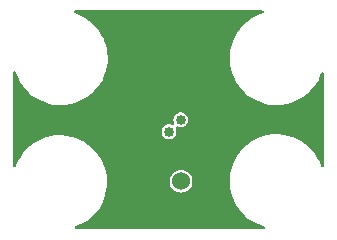
<source format=gbr>
%TF.GenerationSoftware,KiCad,Pcbnew,7.0.7*%
%TF.CreationDate,2023-11-07T19:30:10-06:00*%
%TF.ProjectId,LD_Breakout,4c445f42-7265-4616-9b6f-75742e6b6963,rev?*%
%TF.SameCoordinates,Original*%
%TF.FileFunction,Copper,L2,Bot*%
%TF.FilePolarity,Positive*%
%FSLAX46Y46*%
G04 Gerber Fmt 4.6, Leading zero omitted, Abs format (unit mm)*
G04 Created by KiCad (PCBNEW 7.0.7) date 2023-11-07 19:30:10*
%MOMM*%
%LPD*%
G01*
G04 APERTURE LIST*
%TA.AperFunction,ComponentPad*%
%ADD10C,1.524000*%
%TD*%
%TA.AperFunction,ComponentPad*%
%ADD11C,0.850000*%
%TD*%
G04 APERTURE END LIST*
D10*
%TO.P,Conn2,1*%
%TO.N,+5V*%
X133477000Y-83834000D03*
%TO.P,Conn2,2*%
%TO.N,GND*%
X130937000Y-83834000D03*
%TD*%
D11*
%TO.P,LD2,1*%
%TO.N,GND*%
X132461000Y-77627000D03*
%TO.P,LD2,2*%
%TO.N,Net-(LD2-Pad2)*%
X133461000Y-78627000D03*
%TO.P,LD2,3*%
%TO.N,unconnected-(LD2-Pad3)*%
X132461000Y-79627000D03*
%TD*%
%TA.AperFunction,Conductor*%
%TO.N,GND*%
G36*
X140419666Y-69387585D02*
G01*
X140465421Y-69440389D01*
X140475365Y-69509547D01*
X140446340Y-69573103D01*
X140395037Y-69608422D01*
X140034149Y-69739774D01*
X139676791Y-69911869D01*
X139338353Y-70118684D01*
X139338342Y-70118692D01*
X139022175Y-70358180D01*
X139022172Y-70358182D01*
X138731413Y-70627968D01*
X138468965Y-70925359D01*
X138237439Y-71247393D01*
X138237426Y-71247413D01*
X138039116Y-71590896D01*
X137875982Y-71952437D01*
X137749659Y-72328419D01*
X137661399Y-72715111D01*
X137612078Y-73108681D01*
X137602190Y-73505173D01*
X137602190Y-73505187D01*
X137631830Y-73900711D01*
X137631831Y-73900724D01*
X137700708Y-74291339D01*
X137808130Y-74673137D01*
X137808134Y-74673151D01*
X137953035Y-75042353D01*
X137953040Y-75042365D01*
X138133986Y-75395314D01*
X138133991Y-75395323D01*
X138349186Y-75728509D01*
X138475291Y-75886640D01*
X138596495Y-76038625D01*
X138873423Y-76322544D01*
X138873433Y-76322554D01*
X139177276Y-76577508D01*
X139504994Y-76800942D01*
X139853330Y-76990636D01*
X140218823Y-77144704D01*
X140218832Y-77144706D01*
X140218838Y-77144709D01*
X140597835Y-77261614D01*
X140597848Y-77261617D01*
X140986599Y-77340205D01*
X140986614Y-77340208D01*
X141324900Y-77374058D01*
X141381280Y-77379700D01*
X141381281Y-77379700D01*
X141678703Y-77379700D01*
X141876730Y-77369816D01*
X141975745Y-77364875D01*
X142367953Y-77305759D01*
X142752326Y-77207886D01*
X143125045Y-77072228D01*
X143482403Y-76900133D01*
X143820851Y-76693312D01*
X144137024Y-76453820D01*
X144427781Y-76184037D01*
X144690231Y-75886645D01*
X144921766Y-75564600D01*
X145120085Y-75221101D01*
X145283217Y-74859563D01*
X145350757Y-74658539D01*
X145390768Y-74601260D01*
X145455394Y-74574705D01*
X145524118Y-74587306D01*
X145575121Y-74635061D01*
X145592300Y-74698032D01*
X145592300Y-82512438D01*
X145572615Y-82579477D01*
X145519811Y-82625232D01*
X145450653Y-82635176D01*
X145387097Y-82606151D01*
X145353069Y-82555389D01*
X145352197Y-82555732D01*
X145206164Y-82183646D01*
X145206159Y-82183634D01*
X145067463Y-81913097D01*
X145025209Y-81830677D01*
X144810014Y-81497491D01*
X144562714Y-81187386D01*
X144562711Y-81187383D01*
X144562704Y-81187374D01*
X144285776Y-80903455D01*
X144285773Y-80903452D01*
X144285772Y-80903451D01*
X144285767Y-80903446D01*
X143981924Y-80648492D01*
X143909213Y-80598918D01*
X143654205Y-80425057D01*
X143538094Y-80361826D01*
X143305870Y-80235364D01*
X143305862Y-80235360D01*
X143305859Y-80235359D01*
X142940377Y-80081296D01*
X142940361Y-80081290D01*
X142561364Y-79964385D01*
X142561351Y-79964382D01*
X142172600Y-79885794D01*
X142172579Y-79885791D01*
X141777920Y-79846300D01*
X141777919Y-79846300D01*
X141480499Y-79846300D01*
X141480497Y-79846300D01*
X141183455Y-79861124D01*
X140791247Y-79920241D01*
X140406872Y-80018114D01*
X140034149Y-80153774D01*
X139676791Y-80325869D01*
X139338353Y-80532684D01*
X139338342Y-80532692D01*
X139022175Y-80772180D01*
X139022172Y-80772182D01*
X138731413Y-81041968D01*
X138468965Y-81339359D01*
X138237439Y-81661393D01*
X138237426Y-81661413D01*
X138039116Y-82004896D01*
X137875982Y-82366437D01*
X137749659Y-82742419D01*
X137661399Y-83129111D01*
X137612078Y-83522681D01*
X137602190Y-83919173D01*
X137602190Y-83919187D01*
X137631830Y-84314711D01*
X137631831Y-84314724D01*
X137700708Y-84705339D01*
X137808130Y-85087137D01*
X137808134Y-85087151D01*
X137953035Y-85456353D01*
X137953040Y-85456365D01*
X138049880Y-85645258D01*
X138133991Y-85809323D01*
X138349186Y-86142509D01*
X138414914Y-86224929D01*
X138596495Y-86452625D01*
X138873423Y-86736544D01*
X138873433Y-86736554D01*
X139177276Y-86991508D01*
X139504994Y-87214942D01*
X139853330Y-87404636D01*
X140218823Y-87558704D01*
X140218832Y-87558706D01*
X140218838Y-87558709D01*
X140531035Y-87655009D01*
X140589294Y-87693579D01*
X140617451Y-87757524D01*
X140606568Y-87826541D01*
X140560100Y-87878717D01*
X140494485Y-87897500D01*
X124579749Y-87897500D01*
X124512710Y-87877815D01*
X124466955Y-87825011D01*
X124457011Y-87755853D01*
X124486036Y-87692297D01*
X124537339Y-87656978D01*
X124542749Y-87655009D01*
X124780025Y-87568648D01*
X125137383Y-87396553D01*
X125475831Y-87189732D01*
X125792004Y-86950240D01*
X126082761Y-86680457D01*
X126345211Y-86383065D01*
X126576746Y-86061020D01*
X126775065Y-85717521D01*
X126938197Y-85355983D01*
X127064521Y-84979998D01*
X127152781Y-84593305D01*
X127202101Y-84199745D01*
X127205110Y-84079066D01*
X127211222Y-83833999D01*
X132509843Y-83833999D01*
X132528426Y-84022681D01*
X132528427Y-84022683D01*
X132583463Y-84204115D01*
X132583464Y-84204118D01*
X132583465Y-84204119D01*
X132583466Y-84204122D01*
X132672834Y-84371318D01*
X132672838Y-84371325D01*
X132793116Y-84517883D01*
X132939674Y-84638161D01*
X132939681Y-84638165D01*
X133106877Y-84727533D01*
X133106878Y-84727533D01*
X133106885Y-84727537D01*
X133288317Y-84782573D01*
X133288316Y-84782573D01*
X133305233Y-84784239D01*
X133477000Y-84801157D01*
X133665683Y-84782573D01*
X133847115Y-84727537D01*
X134014324Y-84638162D01*
X134160883Y-84517883D01*
X134281162Y-84371324D01*
X134370537Y-84204115D01*
X134425573Y-84022683D01*
X134444157Y-83834000D01*
X134425573Y-83645317D01*
X134370537Y-83463885D01*
X134281162Y-83296676D01*
X134281161Y-83296674D01*
X134160883Y-83150116D01*
X134014325Y-83029838D01*
X134014318Y-83029834D01*
X133847122Y-82940466D01*
X133847119Y-82940465D01*
X133847118Y-82940464D01*
X133847115Y-82940463D01*
X133665683Y-82885427D01*
X133665681Y-82885426D01*
X133665683Y-82885426D01*
X133477000Y-82866843D01*
X133288318Y-82885426D01*
X133181194Y-82917921D01*
X133106885Y-82940463D01*
X133106882Y-82940464D01*
X133106880Y-82940465D01*
X133106877Y-82940466D01*
X132939681Y-83029834D01*
X132939674Y-83029838D01*
X132793116Y-83150116D01*
X132672838Y-83296674D01*
X132672834Y-83296681D01*
X132583466Y-83463877D01*
X132583465Y-83463880D01*
X132528426Y-83645318D01*
X132509843Y-83833999D01*
X127211222Y-83833999D01*
X127211989Y-83803246D01*
X127211989Y-83803230D01*
X127186559Y-83463885D01*
X127182349Y-83407700D01*
X127113473Y-83017088D01*
X127006047Y-82635274D01*
X126984148Y-82579477D01*
X126861144Y-82266066D01*
X126861139Y-82266054D01*
X126680193Y-81913105D01*
X126680189Y-81913097D01*
X126464994Y-81579911D01*
X126217694Y-81269806D01*
X126217691Y-81269803D01*
X126217684Y-81269794D01*
X125940756Y-80985875D01*
X125940753Y-80985872D01*
X125940752Y-80985871D01*
X125940747Y-80985866D01*
X125636904Y-80730912D01*
X125516010Y-80648488D01*
X125309185Y-80507477D01*
X125157836Y-80425057D01*
X124960850Y-80317784D01*
X124960842Y-80317780D01*
X124960839Y-80317779D01*
X124595357Y-80163716D01*
X124595341Y-80163710D01*
X124216344Y-80046805D01*
X124216331Y-80046802D01*
X123827580Y-79968214D01*
X123827559Y-79968211D01*
X123432900Y-79928720D01*
X123432899Y-79928720D01*
X123135479Y-79928720D01*
X123135477Y-79928720D01*
X122838435Y-79943544D01*
X122446227Y-80002661D01*
X122061852Y-80100534D01*
X121689129Y-80236194D01*
X121331771Y-80408289D01*
X120993333Y-80615104D01*
X120993322Y-80615112D01*
X120677155Y-80854600D01*
X120677152Y-80854602D01*
X120386393Y-81124388D01*
X120123945Y-81421779D01*
X119892419Y-81743813D01*
X119892406Y-81743833D01*
X119694096Y-82087316D01*
X119530963Y-82448855D01*
X119495042Y-82555768D01*
X119455030Y-82613047D01*
X119390404Y-82639602D01*
X119321680Y-82627001D01*
X119270678Y-82579245D01*
X119253499Y-82516278D01*
X119253499Y-79627000D01*
X131830906Y-79627000D01*
X131849215Y-79777791D01*
X131903079Y-79919819D01*
X131989368Y-80044830D01*
X132103066Y-80145557D01*
X132237566Y-80216148D01*
X132311308Y-80234324D01*
X132385050Y-80252500D01*
X132385051Y-80252500D01*
X132536950Y-80252500D01*
X132586110Y-80240382D01*
X132684434Y-80216148D01*
X132818934Y-80145557D01*
X132932632Y-80044830D01*
X133018921Y-79919819D01*
X133072785Y-79777791D01*
X133091094Y-79627000D01*
X133072785Y-79476209D01*
X133024637Y-79349254D01*
X133019271Y-79279594D01*
X133052418Y-79218088D01*
X133113556Y-79184267D01*
X133183274Y-79188868D01*
X133198202Y-79195488D01*
X133237566Y-79216148D01*
X133385050Y-79252500D01*
X133385051Y-79252500D01*
X133536950Y-79252500D01*
X133586110Y-79240382D01*
X133684434Y-79216148D01*
X133818934Y-79145557D01*
X133932632Y-79044830D01*
X134018921Y-78919819D01*
X134072785Y-78777791D01*
X134091094Y-78627000D01*
X134072785Y-78476209D01*
X134018921Y-78334181D01*
X133932632Y-78209170D01*
X133818934Y-78108443D01*
X133684434Y-78037852D01*
X133684433Y-78037851D01*
X133684432Y-78037851D01*
X133536950Y-78001500D01*
X133536949Y-78001500D01*
X133385051Y-78001500D01*
X133385050Y-78001500D01*
X133237567Y-78037851D01*
X133103067Y-78108442D01*
X132989367Y-78209171D01*
X132903080Y-78334179D01*
X132903079Y-78334180D01*
X132849215Y-78476208D01*
X132830906Y-78626999D01*
X132849215Y-78777791D01*
X132897361Y-78904742D01*
X132902728Y-78974405D01*
X132869581Y-79035911D01*
X132808442Y-79069733D01*
X132738724Y-79065131D01*
X132723797Y-79058511D01*
X132684434Y-79037852D01*
X132684433Y-79037851D01*
X132684432Y-79037851D01*
X132536950Y-79001500D01*
X132536949Y-79001500D01*
X132385051Y-79001500D01*
X132385050Y-79001500D01*
X132237567Y-79037851D01*
X132103067Y-79108442D01*
X131989367Y-79209171D01*
X131903080Y-79334179D01*
X131903079Y-79334180D01*
X131903079Y-79334181D01*
X131849215Y-79476209D01*
X131830906Y-79627000D01*
X119253499Y-79627000D01*
X119253500Y-74624032D01*
X119273185Y-74556993D01*
X119325989Y-74511238D01*
X119395147Y-74501294D01*
X119458703Y-74530319D01*
X119496477Y-74589097D01*
X119496865Y-74590448D01*
X119520130Y-74673138D01*
X119520134Y-74673151D01*
X119665035Y-75042353D01*
X119665040Y-75042365D01*
X119845986Y-75395314D01*
X119845991Y-75395323D01*
X120061186Y-75728509D01*
X120187291Y-75886640D01*
X120308495Y-76038625D01*
X120585423Y-76322544D01*
X120585433Y-76322554D01*
X120889276Y-76577508D01*
X121216994Y-76800942D01*
X121565330Y-76990636D01*
X121930823Y-77144704D01*
X121930832Y-77144706D01*
X121930838Y-77144709D01*
X122309835Y-77261614D01*
X122309848Y-77261617D01*
X122698599Y-77340205D01*
X122698614Y-77340208D01*
X123036900Y-77374058D01*
X123093280Y-77379700D01*
X123093281Y-77379700D01*
X123390703Y-77379700D01*
X123588730Y-77369816D01*
X123687745Y-77364875D01*
X124079953Y-77305759D01*
X124464326Y-77207886D01*
X124837045Y-77072228D01*
X125194403Y-76900133D01*
X125532851Y-76693312D01*
X125849024Y-76453820D01*
X126139781Y-76184037D01*
X126402231Y-75886645D01*
X126633766Y-75564600D01*
X126832085Y-75221101D01*
X126995217Y-74859563D01*
X127121541Y-74483578D01*
X127209801Y-74096885D01*
X127259121Y-73703325D01*
X127269009Y-73306810D01*
X127239369Y-72911280D01*
X127170493Y-72520668D01*
X127063067Y-72138854D01*
X126994243Y-71963494D01*
X126918164Y-71769646D01*
X126918159Y-71769634D01*
X126737213Y-71416685D01*
X126737209Y-71416677D01*
X126522014Y-71083491D01*
X126274714Y-70773386D01*
X126274711Y-70773383D01*
X126274704Y-70773374D01*
X125997776Y-70489455D01*
X125997773Y-70489452D01*
X125997772Y-70489451D01*
X125997767Y-70489446D01*
X125693924Y-70234492D01*
X125621213Y-70184918D01*
X125366205Y-70011057D01*
X125250094Y-69947826D01*
X125017870Y-69821364D01*
X125017862Y-69821360D01*
X125017859Y-69821359D01*
X124652377Y-69667296D01*
X124652361Y-69667290D01*
X124467897Y-69610391D01*
X124409638Y-69571821D01*
X124381481Y-69507876D01*
X124392364Y-69438859D01*
X124438832Y-69386683D01*
X124504447Y-69367900D01*
X140352627Y-69367900D01*
X140419666Y-69387585D01*
G37*
%TD.AperFunction*%
%TD*%
M02*

</source>
